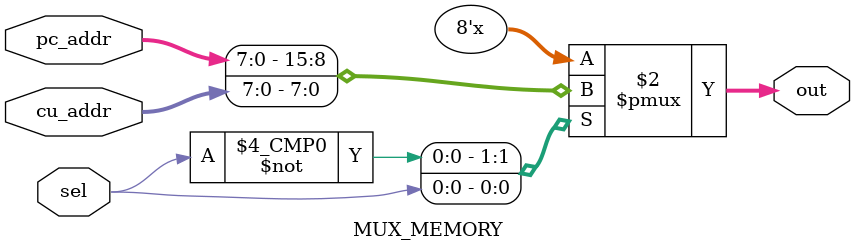
<source format=v>
`timescale 1ns / 1ps
module MUX_MEMORY(
    input sel,
    input [7:0] pc_addr,
    input [7:0] cu_addr,
    
    output reg [7:0] out
);

//initial out = 8'hzz;


//Asterisk for combinational logic
always@(*) begin
    case(sel)
        1'b0: out     = pc_addr;
        1'b1: out     = cu_addr;
        default: out   = 8'hzz;   //disconnect if no select
    endcase
end

endmodule

</source>
